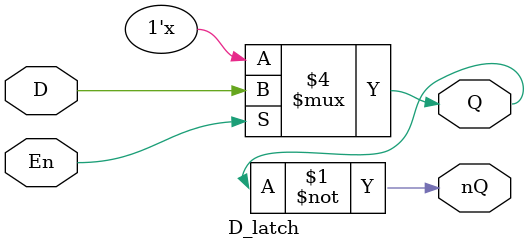
<source format=v>
`timescale 1ns / 1ps

module D_latch(input En, D, output reg Q, output wire nQ);
assign nQ = ~Q;
always @(*)
    if (En)
        Q = D;
    else
        Q = Q;
endmodule

</source>
